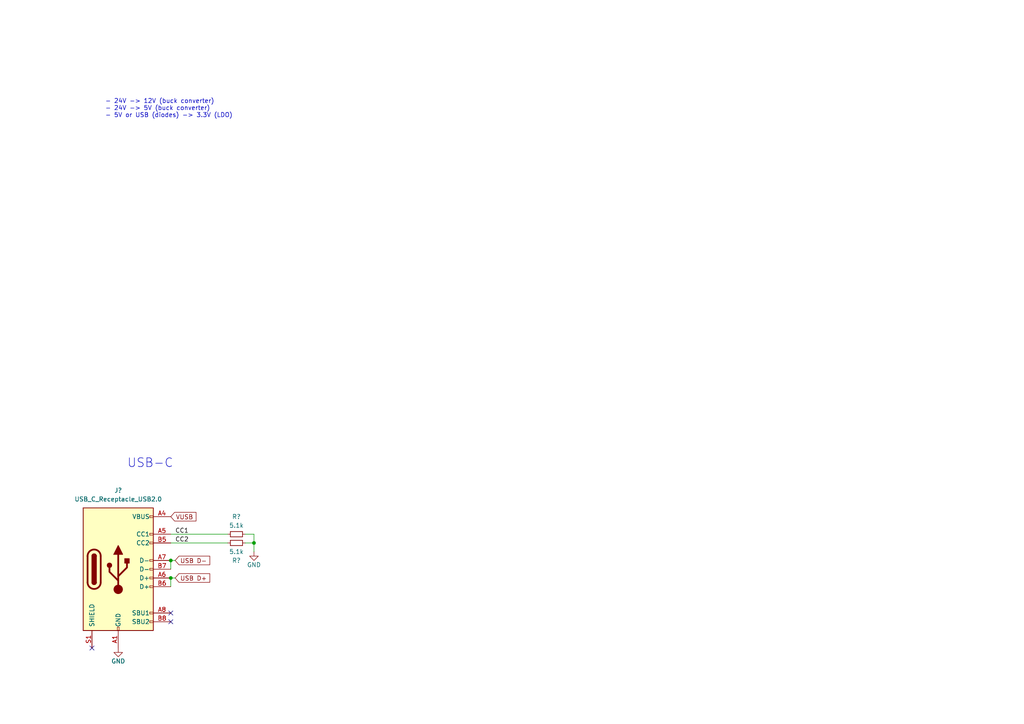
<source format=kicad_sch>
(kicad_sch (version 20230121) (generator eeschema)
  (paper "A4")
  (title_block (title "CAN 3D Printer (4 Motor) - Power Supply") (rev "1") (company "Abit Gray"))
  (lib_symbols
    (symbol "Connector:USB_C_Receptacle_USB2.0" (pin_names (offset 1.016))
      (property "Reference" "J" (at -10.16 19.05 0))
      (property "Value" "USB_C_Receptacle_USB2.0" (at 19.05 19.05 0))
      (symbol "USB_C_Receptacle_USB2.0_0_0"
        (rectangle (start -0.254 -17.78) (end 0.254 -16.764))
        (rectangle (start 10.16 -14.986) (end 9.144 -15.494))
        (rectangle (start 10.16 -12.446) (end 9.144 -12.954))
        (rectangle (start 10.16 -4.826) (end 9.144 -5.334))
        (rectangle (start 10.16 -2.286) (end 9.144 -2.794))
        (rectangle (start 10.16 0.254) (end 9.144 -0.254))
        (rectangle (start 10.16 2.794) (end 9.144 2.286))
        (rectangle (start 10.16 7.874) (end 9.144 7.366))
        (rectangle (start 10.16 10.414) (end 9.144 9.906))
        (rectangle (start 10.16 15.494) (end 9.144 14.986))
      )
      (symbol "USB_C_Receptacle_USB2.0_0_1"
        (rectangle (start -10.16 17.78) (end 10.16 -17.78) (stroke (width 0.254)) (fill (type background)))
        (arc (start -8.89 -3.81) (mid -6.985 -5.7067) (end -5.08 -3.81) (stroke (width 0.508)))
        (arc (start -7.62 -3.81) (mid -6.985 -4.4423) (end -6.35 -3.81) (stroke (width 0.254)))
        (arc (start -7.62 -3.81) (mid -6.985 -4.4423) (end -6.35 -3.81) (stroke (width 0.254)) (fill (type outline)))
        (rectangle (start -7.62 -3.81) (end -6.35 3.81) (stroke (width 0.254)) (fill (type outline)))
        (arc (start -6.35 3.81) (mid -6.985 4.4423) (end -7.62 3.81) (stroke (width 0.254)))
        (arc (start -6.35 3.81) (mid -6.985 4.4423) (end -7.62 3.81) (stroke (width 0.254)) (fill (type outline)))
        (arc (start -5.08 3.81) (mid -6.985 5.7067) (end -8.89 3.81) (stroke (width 0.508)))
        (circle (center -2.54 1.143) (radius 0.635) (stroke (width 0.254)) (fill (type outline)))
        (circle (center 0 -5.842) (radius 1.27) (fill (type outline)))
        (polyline (pts (xy -8.89 -3.81) (xy -8.89 3.81)) (stroke (width 0.508)))
        (polyline (pts (xy -5.08 3.81) (xy -5.08 -3.81)) (stroke (width 0.508)))
        (polyline (pts (xy 0 -5.842) (xy 0 4.318)) (stroke (width 0.508)))
        (polyline (pts (xy 0 -3.302) (xy -2.54 -0.762) (xy -2.54 0.508)) (stroke (width 0.508)))
        (polyline (pts (xy 0 -2.032) (xy 2.54 0.508) (xy 2.54 1.778)) (stroke (width 0.508)))
        (polyline (pts (xy -1.27 4.318) (xy 0 6.858) (xy 1.27 4.318) (xy -1.27 4.318)) (stroke (width 0.254)) (fill (type outline)))
        (rectangle (start 1.905 1.778) (end 3.175 3.048) (stroke (width 0.254)) (fill (type outline)))
      )
      (symbol "USB_C_Receptacle_USB2.0_1_1"
        (pin passive line (at 0 -22.86 90) (length 5.08) (name "GND") (number "A1"))
        (pin passive line (at 0 -22.86 90) (length 5.08) hide (name "GND") (number "A12"))
        (pin passive line (at 15.24 15.24 180) (length 5.08) (name "VBUS") (number "A4"))
        (pin bidirectional line (at 15.24 10.16 180) (length 5.08) (name "CC1") (number "A5"))
        (pin bidirectional line (at 15.24 -2.54 180) (length 5.08) (name "D+") (number "A6"))
        (pin bidirectional line (at 15.24 2.54 180) (length 5.08) (name "D-") (number "A7"))
        (pin bidirectional line (at 15.24 -12.7 180) (length 5.08) (name "SBU1") (number "A8"))
        (pin passive line (at 15.24 15.24 180) (length 5.08) hide (name "VBUS") (number "A9"))
        (pin passive line (at 0 -22.86 90) (length 5.08) hide (name "GND") (number "B1"))
        (pin passive line (at 0 -22.86 90) (length 5.08) hide (name "GND") (number "B12"))
        (pin passive line (at 15.24 15.24 180) (length 5.08) hide (name "VBUS") (number "B4"))
        (pin bidirectional line (at 15.24 7.62 180) (length 5.08) (name "CC2") (number "B5"))
        (pin bidirectional line (at 15.24 -5.08 180) (length 5.08) (name "D+") (number "B6"))
        (pin bidirectional line (at 15.24 0 180) (length 5.08) (name "D-") (number "B7"))
        (pin bidirectional line (at 15.24 -15.24 180) (length 5.08) (name "SBU2") (number "B8"))
        (pin passive line (at 15.24 15.24 180) (length 5.08) hide (name "VBUS") (number "B9"))
        (pin passive line (at -7.62 -22.86 90) (length 5.08) (name "SHIELD") (number "S1"))
      )
    )
    (symbol "Device:R_Small" (pin_numbers hide) (pin_names (offset 0.254) hide)
      (property "Reference" "R" (at 0.762 0.508 0))
      (property "Value" "R_Small" (at 0.762 -1.016 0))
      (symbol "R_Small_0_1"
        (rectangle (start -0.762 1.778) (end 0.762 -1.778) (stroke (width 0.2032)))
      )
      (symbol "R_Small_1_1"
        (pin passive line (at 0 2.54 270) (length 0.762) (name "~") (number "1"))
        (pin passive line (at 0 -2.54 90) (length 0.762) (name "~") (number "2"))
      )
    )
    (symbol "power:GND" (power) (pin_numbers hide) (pin_names (offset 0) hide)
      (property "Value" "GND" (at 0 -3.81 0))
      (symbol "GND_0_1"
        (polyline (pts (xy 0 0) (xy 0 -1.27) (xy 1.27 -1.27) (xy 0 -2.54) (xy -1.27 -1.27) (xy 0 -1.27)))
      )
      (symbol "GND_1_1"
        (pin power_in line (at 0 0 270) (length 0) hide (name "GND") (number "1"))
      )
    )
  )
  (junction (at 49.53 167.64))
  (junction (at 73.66 157.48))
  (junction (at 49.53 162.56))
  (no_connect (at 26.67 187.96))
  (no_connect (at 49.53 177.8))
  (no_connect (at 49.53 180.34))
  (wire (pts (xy 49.53 167.64) (xy 49.53 170.18)))
  (wire (pts (xy 50.8 167.64) (xy 49.53 167.64)))
  (wire (pts (xy 49.53 162.56) (xy 49.53 165.1)))
  (wire (pts (xy 73.66 154.94) (xy 73.66 157.48)))
  (wire (pts (xy 73.66 157.48) (xy 71.12 157.48)))
  (wire (pts (xy 49.53 154.94) (xy 66.04 154.94)))
  (wire (pts (xy 50.8 162.56) (xy 49.53 162.56)))
  (wire (pts (xy 73.66 154.94) (xy 71.12 154.94)))
  (wire (pts (xy 73.66 157.48) (xy 73.66 160.02)))
  (wire (pts (xy 49.53 157.48) (xy 66.04 157.48)))
  (text "- 24V -> 12V (buck converter)\n- 24V -> 5V (buck converter)\n- 5V or USB (diodes) -> 3.3V (LDO)" (at 30.48 34.29 0) (effects (font (size 1.27 1.27)) (justify left bottom)))
  (text "USB-C" (at 36.83 135.89 0) (effects (font (size 2.54 2.54)) (justify left bottom)))
  (label "CC1" (at 50.8 154.94 0))
  (label "CC2" (at 50.8 157.48 0))
  (global_label "USB D+" (shape input) (at 50.8 167.64 0) (property "Intersheetrefs" "${INTERSHEET_REFS}" (effects hide)))
  (global_label "USB D-" (shape input) (at 50.8 162.56 0) (property "Intersheetrefs" "${INTERSHEET_REFS}" (effects hide)))
  (global_label "VUSB" (shape input) (at 49.53 149.86 0) (property "Intersheetrefs" "${INTERSHEET_REFS}" (effects hide)))
  (symbol (lib_id "power:GND") (at 73.66 160.02 0) (unit 1)
    (property "Reference" "#PWR?" (effects hide))
    (property "Value" "GND" (at 73.66 163.83 0))
    (instances (project "Charger" (path "" (reference "#PWR?") (unit 1))) (project "Can3DPrinter4Motor" (path "" (reference "#PWR?") (unit 1)) (path "" (reference "#PWR0402") (unit 1))))
  )
  (symbol (lib_id "Connector:USB_C_Receptacle_USB2.0") (at 34.29 165.1 0) (unit 1)
    (property "Reference" "J?" (at 34.29 142.24 0))
    (property "Value" "USB_C_Receptacle_USB2.0" (at 34.29 144.78 0))
    (property "Datasheet" "https://www.usb.org/sites/default/files/documents/usb_type-c.zip" (effects hide))
  )
  (symbol (lib_id "Device:R_Small") (at 68.58 157.48 90) (mirror x) (unit 1)
    (property "Reference" "R?" (at 68.58 162.56 90))
    (property "Value" "5.1k" (at 68.58 160.02 90))
  )
  (symbol (lib_id "Device:R_Small") (at 68.58 154.94 90) (unit 1)
    (property "Reference" "R?" (at 68.58 149.86 90))
    (property "Value" "5.1k" (at 68.58 152.4 90))
  )
  (symbol (lib_id "power:GND") (at 34.29 187.96 0) (unit 1)
    (property "Reference" "#PWR?" (effects hide))
    (property "Value" "GND" (at 34.29 191.77 0))
    (instances (project "Charger" (path "" (reference "#PWR?") (unit 1))) (project "Can3DPrinter4Motor" (path "" (reference "#PWR?") (unit 1)) (path "" (reference "#PWR0401") (unit 1))))
  )
)
</source>
